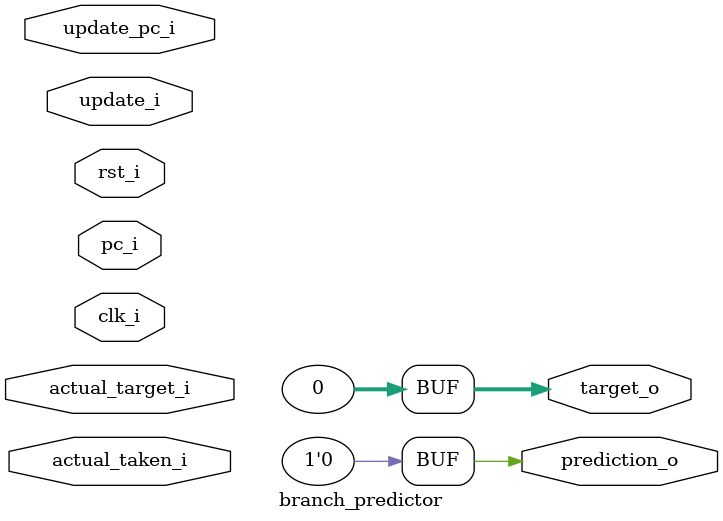
<source format=sv>
/**
 * branch_predictor.sv - Simple Branch Predictor for eCPU
 * 
 * A simple branch predictor that always predicts not taken.
 * This is a placeholder for future more sophisticated implementations.
 *
 * Author: Ethan
 * Date: 2024
 */

`default_nettype none

module branch_predictor #(
    parameter int ADDR_WIDTH = 32        // Address width
)(
    // Clock and reset
    input  wire logic                   clk_i,          // System clock
    input  wire logic                   rst_i,          // Active-high reset
    
    // Prediction request
    input  wire logic [ADDR_WIDTH-1:0] pc_i,           // PC for prediction
    output wire logic                   prediction_o,   // Predicted taken (1) or not taken (0)
    output wire logic [ADDR_WIDTH-1:0] target_o,       // Predicted target address
    
    // Prediction update
    input  wire logic                   update_i,       // Update prediction
    input  wire logic [ADDR_WIDTH-1:0] update_pc_i,    // PC being updated
    input  wire logic                   actual_taken_i, // Actual branch result
    input  wire logic [ADDR_WIDTH-1:0] actual_target_i // Actual target address
);

    // Simple predictor: always predict not taken
    assign prediction_o = 1'b0;
    assign target_o = {ADDR_WIDTH{1'b0}};
    
    // Update logic (placeholder for future implementation)
    // For now, just ignore updates

endmodule

`default_nettype wire
</source>
